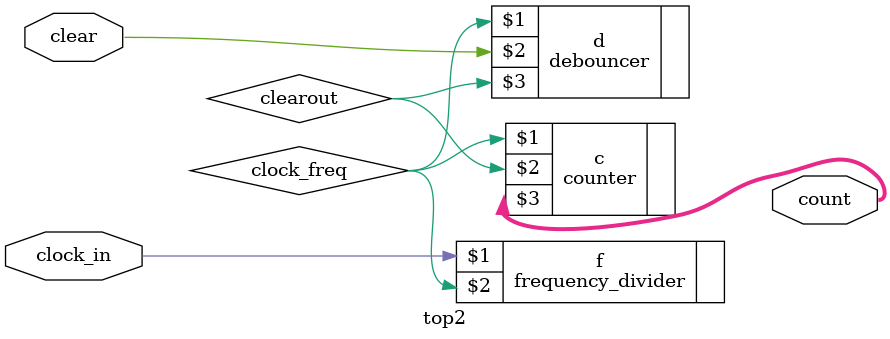
<source format=v>
`timescale 1ns / 1ps


module top2(
    input clock_in,
    input clear,
    output [4:0] count
    );
    wire clock_freq;
    frequency_divider f(clock_in, clock_freq);
    wire clearout;
    debouncer d(clock_freq, clear, clearout);
    counter c(clock_freq, clearout, count);
endmodule

</source>
